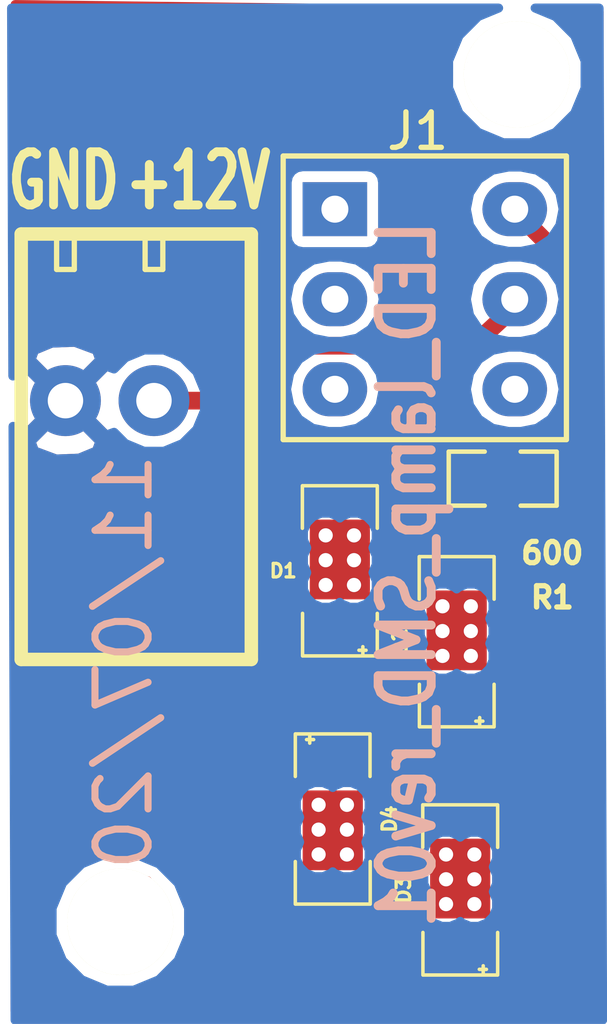
<source format=kicad_pcb>
(kicad_pcb (version 4) (host pcbnew 4.0.4+e1-6308~48~ubuntu16.04.1-stable)

  (general
    (links 7)
    (no_connects 0)
    (area 24.1 14.9 41.050001 43.9198)
    (thickness 1.6)
    (drawings 4)
    (tracks 22)
    (zones 0)
    (modules 9)
    (nets 8)
  )

  (page A)
  (layers
    (0 F.Cu signal)
    (31 B.Cu signal)
    (32 B.Adhes user)
    (33 F.Adhes user)
    (34 B.Paste user)
    (35 F.Paste user)
    (36 B.SilkS user)
    (37 F.SilkS user)
    (38 B.Mask user)
    (39 F.Mask user)
    (40 Dwgs.User user)
    (41 Cmts.User user)
    (42 Eco1.User user)
    (43 Eco2.User user)
    (44 Edge.Cuts user)
  )

  (setup
    (last_trace_width 0.25)
    (user_trace_width 0.1)
    (user_trace_width 0.2)
    (user_trace_width 0.25)
    (user_trace_width 0.3)
    (user_trace_width 0.35)
    (user_trace_width 0.4)
    (user_trace_width 0.6)
    (user_trace_width 0.8)
    (trace_clearance 0.08)
    (zone_clearance 0.508)
    (zone_45_only no)
    (trace_min 0.1)
    (segment_width 0.2)
    (edge_width 0.1)
    (via_size 0.6)
    (via_drill 0.3)
    (via_min_size 0.6)
    (via_min_drill 0.3)
    (uvia_size 0.4)
    (uvia_drill 0.127)
    (uvias_allowed no)
    (uvia_min_size 0.4)
    (uvia_min_drill 0.127)
    (pcb_text_width 0.3)
    (pcb_text_size 1.5 1.5)
    (mod_edge_width 0.15)
    (mod_text_size 1 1)
    (mod_text_width 0.15)
    (pad_size 0.6 0.6)
    (pad_drill 0.3)
    (pad_to_mask_clearance 0)
    (pad_to_paste_clearance_ratio -0.1)
    (aux_axis_origin 0 0)
    (visible_elements 7FFFFFFF)
    (pcbplotparams
      (layerselection 0x010fc_80000001)
      (usegerberextensions true)
      (excludeedgelayer true)
      (linewidth 0.150000)
      (plotframeref false)
      (viasonmask false)
      (mode 1)
      (useauxorigin false)
      (hpglpennumber 1)
      (hpglpenspeed 20)
      (hpglpendiameter 15)
      (hpglpenoverlay 2)
      (psnegative false)
      (psa4output false)
      (plotreference true)
      (plotvalue true)
      (plotinvisibletext false)
      (padsonsilk false)
      (subtractmaskfromsilk false)
      (outputformat 1)
      (mirror false)
      (drillshape 0)
      (scaleselection 1)
      (outputdirectory ""))
  )

  (net 0 "")
  (net 1 GND)
  (net 2 "Net-(D1-Pad2)")
  (net 3 "Net-(D1-Pad1)")
  (net 4 "Net-(J1-Pad2)")
  (net 5 12V)
  (net 6 "Net-(D2-Pad2)")
  (net 7 "Net-(D3-Pad2)")

  (net_class Default "This is the default net class."
    (clearance 0.08)
    (trace_width 0.25)
    (via_dia 0.6)
    (via_drill 0.3)
    (uvia_dia 0.4)
    (uvia_drill 0.127)
    (add_net 12V)
    (add_net GND)
    (add_net "Net-(D1-Pad1)")
    (add_net "Net-(D1-Pad2)")
    (add_net "Net-(D2-Pad2)")
    (add_net "Net-(D3-Pad2)")
    (add_net "Net-(J1-Pad2)")
  )

  (module ted_holes:TED_Hole_3mm (layer F.Cu) (tedit 5823BE03) (tstamp 567F441E)
    (at 38.5 17)
    (path /52A15896)
    (fp_text reference H1 (at -3.1 -0.2) (layer F.SilkS) hide
      (effects (font (size 1 1) (thickness 0.15)))
    )
    (fp_text value HOLE (at 0.25 2.6) (layer F.SilkS) hide
      (effects (font (size 1 1) (thickness 0.15)))
    )
    (pad "" np_thru_hole circle (at 0 0) (size 3 3) (drill 3) (layers *.Cu *.Mask F.SilkS))
  )

  (module ted_holes:TED_Hole_3mm (layer F.Cu) (tedit 0) (tstamp 567F4422)
    (at 27.3 40.9)
    (path /52A158AA)
    (fp_text reference H2 (at -0.05 -2.425) (layer F.SilkS) hide
      (effects (font (size 1 1) (thickness 0.15)))
    )
    (fp_text value HOLE (at 0.25 2.6) (layer F.SilkS) hide
      (effects (font (size 1 1) (thickness 0.15)))
    )
    (pad "" np_thru_hole circle (at 0 0) (size 3 3) (drill 3) (layers *.Cu *.Mask F.SilkS))
  )

  (module ted_connectors:TED_TERMINAL_SPRING_2.54MM_2PIN_1989748 (layer F.Cu) (tedit 5823BE83) (tstamp 567F443A)
    (at 27 27.5 180)
    (path /555CF06F)
    (fp_text reference J3 (at -1.2 -7.7 180) (layer F.SilkS) hide
      (effects (font (thickness 0.3048)))
    )
    (fp_text value TERMINAL_2X1 (at -2.6 -15.4 180) (layer F.SilkS) hide
      (effects (font (size 1.016 1.016) (thickness 0.254)))
    )
    (fp_line (start 1 6) (end 1 5) (layer F.SilkS) (width 0.15))
    (fp_line (start 1.5 5) (end 1.5 6) (layer F.SilkS) (width 0.15))
    (fp_line (start 1 5) (end 1.5 5) (layer F.SilkS) (width 0.15))
    (fp_line (start -1.5 5) (end -1 5) (layer F.SilkS) (width 0.15))
    (fp_line (start -1 5) (end -1 6) (layer F.SilkS) (width 0.15))
    (fp_line (start -1.5 6) (end -1.5 5) (layer F.SilkS) (width 0.15))
    (fp_line (start -4 -6) (end -4 6) (layer F.SilkS) (width 0.381))
    (fp_line (start -4 6) (end 2.5 6) (layer F.SilkS) (width 0.381))
    (fp_line (start 2.5 6) (end 2.5 -6) (layer F.SilkS) (width 0.381))
    (fp_line (start 2.5 -6) (end -4 -6) (layer F.SilkS) (width 0.381))
    (pad 2 thru_hole circle (at 1.25 1.3 180) (size 2 2) (drill 1) (layers *.Cu *.Mask)
      (net 1 GND))
    (pad 1 thru_hole circle (at -1.25 1.3 180) (size 2 2) (drill 1) (layers *.Cu *.Mask)
      (net 5 12V))
  )

  (module ted_switches:TED_SWITCHx3 (layer F.Cu) (tedit 5823BD81) (tstamp 58201BFC)
    (at 35.9 23.3 270)
    (path /58202142)
    (fp_text reference J1 (at -4.7 0.2 360) (layer F.SilkS)
      (effects (font (size 1 1) (thickness 0.15)))
    )
    (fp_text value DPDT_Switch (at -0.2 5.3 270) (layer F.Fab)
      (effects (font (size 1 1) (thickness 0.15)))
    )
    (fp_line (start -4 4) (end -4 -4) (layer F.SilkS) (width 0.15))
    (fp_line (start -4 -4) (end 4 -4) (layer F.SilkS) (width 0.15))
    (fp_line (start 4 -4) (end 4 4) (layer F.SilkS) (width 0.15))
    (fp_line (start 4 4) (end -4 4) (layer F.SilkS) (width 0.15))
    (pad 1 thru_hole rect (at -2.5 2.54 270) (size 1.524 1.824) (drill 0.762) (layers *.Cu *.Mask))
    (pad 2 thru_hole oval (at -2.5 -2.54 270) (size 1.524 1.824) (drill 0.762) (layers *.Cu *.Mask)
      (net 4 "Net-(J1-Pad2)"))
    (pad 3 thru_hole oval (at 0.04 2.54 270) (size 1.524 1.824) (drill 0.762) (layers *.Cu *.Mask))
    (pad 4 thru_hole oval (at 0.04 -2.54 270) (size 1.524 1.824) (drill 0.762) (layers *.Cu *.Mask)
      (net 5 12V))
    (pad 5 thru_hole oval (at 2.58 2.54 270) (size 1.524 1.824) (drill 0.762) (layers *.Cu *.Mask))
    (pad 6 thru_hole oval (at 2.58 -2.54 270) (size 1.524 1.824) (drill 0.762) (layers *.Cu *.Mask))
    (model Buttons_Switches_ThroughHole.3dshapes/SW_DIP_x3_Slide.wrl
      (at (xyz 0 0 0))
      (scale (xyz 1 1 1))
      (rotate (xyz 0 0 0))
    )
  )

  (module ted_resistors:TED_SM0805_R (layer F.Cu) (tedit 5855B774) (tstamp 58201C20)
    (at 38.1 28.4)
    (path /58201FF1)
    (attr smd)
    (fp_text reference R1 (at 1.4 3.35) (layer F.SilkS)
      (effects (font (size 0.6 0.6) (thickness 0.15)))
    )
    (fp_text value 600 (at 1.4 2.1) (layer F.SilkS)
      (effects (font (size 0.6 0.6) (thickness 0.15)))
    )
    (fp_line (start -0.508 0.762) (end -1.524 0.762) (layer F.SilkS) (width 0.127))
    (fp_line (start -1.524 0.762) (end -1.524 -0.762) (layer F.SilkS) (width 0.127))
    (fp_line (start -1.524 -0.762) (end -0.508 -0.762) (layer F.SilkS) (width 0.127))
    (fp_line (start 0.508 -0.762) (end 1.524 -0.762) (layer F.SilkS) (width 0.127))
    (fp_line (start 1.524 -0.762) (end 1.524 0.762) (layer F.SilkS) (width 0.127))
    (fp_line (start 1.524 0.762) (end 0.508 0.762) (layer F.SilkS) (width 0.127))
    (pad 1 smd rect (at -0.9525 0) (size 0.889 1.397) (layers F.Cu F.Paste F.Mask)
      (net 3 "Net-(D1-Pad1)"))
    (pad 2 smd rect (at 0.9525 0) (size 0.889 1.397) (layers F.Cu F.Paste F.Mask)
      (net 4 "Net-(J1-Pad2)"))
    (model smd/chip_cms.wrl
      (at (xyz 0 0 0))
      (scale (xyz 0.1 0.1 0.1))
      (rotate (xyz 0 0 0))
    )
  )

  (module ted_led:TED_SM5730_LED (layer F.Cu) (tedit 5855CF6C) (tstamp 5821674F)
    (at 33.5 31 90)
    (path /582020B5)
    (attr smd)
    (fp_text reference D1 (at 0 -1.6 180) (layer F.SilkS)
      (effects (font (size 0.381 0.381) (thickness 0.09398)))
    )
    (fp_text value LED (at 0 1.6 90) (layer F.SilkS) hide
      (effects (font (size 0.381 0.381) (thickness 0.09398)))
    )
    (fp_line (start -2.34 0.65) (end -2.14 0.65) (layer F.SilkS) (width 0.1))
    (fp_line (start -2.24 0.54) (end -2.24 0.74) (layer F.SilkS) (width 0.1))
    (fp_line (start -1.2 1.05756) (end -2.4 1.05756) (layer F.SilkS) (width 0.09906))
    (fp_line (start -2.4 1.05) (end -2.4 -1.05) (layer F.SilkS) (width 0.09906))
    (fp_line (start -2.4 -1.05296) (end -1.2 -1.05296) (layer F.SilkS) (width 0.09906))
    (fp_line (start 1.2 -1.05804) (end 2.4 -1.05804) (layer F.SilkS) (width 0.09906))
    (fp_line (start 2.4 -1.05) (end 2.4 1.05) (layer F.SilkS) (width 0.09906))
    (fp_line (start 2.4 1.05788) (end 1.2 1.05788) (layer F.SilkS) (width 0.09906))
    (pad 2 smd rect (at -2.65 0 90) (size 0.9 1.7) (layers F.Cu F.Paste F.Mask)
      (net 2 "Net-(D1-Pad2)"))
    (pad 1 smd rect (at 2.65 0 90) (size 0.9 1.7) (layers F.Cu F.Paste F.Mask)
      (net 3 "Net-(D1-Pad1)"))
    (pad PAD smd rect (at 0.32 0 90) (size 2.25 1.7) (layers F.Cu F.Paste F.Mask))
    (pad PAD thru_hole circle (at -0.4 -0.4 90) (size 0.4 0.4) (drill 0.4) (layers *.Cu))
    (pad PAD thru_hole circle (at 0.3 -0.4 90) (size 0.4 0.4) (drill 0.4) (layers *.Cu))
    (pad PAD thru_hole circle (at 1 -0.4 90) (size 0.4 0.4) (drill 0.4) (layers *.Cu))
    (pad PAD thru_hole circle (at -0.4 0.4 90) (size 0.4 0.4) (drill 0.4) (layers *.Cu))
    (pad PAD thru_hole circle (at 0.3 0.4 90) (size 0.4 0.4) (drill 0.4) (layers *.Cu))
    (pad PAD thru_hole circle (at 1 0.4 90) (size 0.4 0.4) (drill 0.4) (layers *.Cu))
    (model smd/chip_cms.wrl
      (at (xyz 0 0 0))
      (scale (xyz 0.1 0.1 0.1))
      (rotate (xyz 0 0 0))
    )
  )

  (module ted_led:TED_SM5730_LED (layer F.Cu) (tedit 5855CF40) (tstamp 58216756)
    (at 36.8 33 90)
    (path /58202751)
    (attr smd)
    (fp_text reference D2 (at 0 -1.6 90) (layer F.SilkS)
      (effects (font (size 0.381 0.381) (thickness 0.09398)))
    )
    (fp_text value LED (at 0 1.6 90) (layer F.SilkS) hide
      (effects (font (size 0.381 0.381) (thickness 0.09398)))
    )
    (fp_line (start -2.34 0.65) (end -2.14 0.65) (layer F.SilkS) (width 0.1))
    (fp_line (start -2.24 0.54) (end -2.24 0.74) (layer F.SilkS) (width 0.1))
    (fp_line (start -1.2 1.05756) (end -2.4 1.05756) (layer F.SilkS) (width 0.09906))
    (fp_line (start -2.4 1.05) (end -2.4 -1.05) (layer F.SilkS) (width 0.09906))
    (fp_line (start -2.4 -1.05296) (end -1.2 -1.05296) (layer F.SilkS) (width 0.09906))
    (fp_line (start 1.2 -1.05804) (end 2.4 -1.05804) (layer F.SilkS) (width 0.09906))
    (fp_line (start 2.4 -1.05) (end 2.4 1.05) (layer F.SilkS) (width 0.09906))
    (fp_line (start 2.4 1.05788) (end 1.2 1.05788) (layer F.SilkS) (width 0.09906))
    (pad 2 smd rect (at -2.65 0 90) (size 0.9 1.7) (layers F.Cu F.Paste F.Mask)
      (net 6 "Net-(D2-Pad2)"))
    (pad 1 smd rect (at 2.65 0 90) (size 0.9 1.7) (layers F.Cu F.Paste F.Mask)
      (net 2 "Net-(D1-Pad2)"))
    (pad PAD smd rect (at 0.32 0 90) (size 2.25 1.7) (layers F.Cu F.Paste F.Mask))
    (pad PAD thru_hole circle (at -0.4 -0.4 90) (size 0.4 0.4) (drill 0.4) (layers *.Cu))
    (pad PAD thru_hole circle (at 0.3 -0.4 90) (size 0.4 0.4) (drill 0.4) (layers *.Cu))
    (pad PAD thru_hole circle (at 1 -0.4 90) (size 0.4 0.4) (drill 0.4) (layers *.Cu))
    (pad PAD thru_hole circle (at -0.4 0.4 90) (size 0.4 0.4) (drill 0.4) (layers *.Cu))
    (pad PAD thru_hole circle (at 0.3 0.4 90) (size 0.4 0.4) (drill 0.4) (layers *.Cu))
    (pad PAD thru_hole circle (at 1 0.4 90) (size 0.4 0.4) (drill 0.4) (layers *.Cu))
    (model smd/chip_cms.wrl
      (at (xyz 0 0 0))
      (scale (xyz 0.1 0.1 0.1))
      (rotate (xyz 0 0 0))
    )
  )

  (module ted_led:TED_SM5730_LED (layer F.Cu) (tedit 5855CF40) (tstamp 5821675D)
    (at 36.9 40 90)
    (path /5820287C)
    (attr smd)
    (fp_text reference D3 (at 0 -1.6 90) (layer F.SilkS)
      (effects (font (size 0.381 0.381) (thickness 0.09398)))
    )
    (fp_text value LED (at 0 1.6 90) (layer F.SilkS) hide
      (effects (font (size 0.381 0.381) (thickness 0.09398)))
    )
    (fp_line (start -2.34 0.65) (end -2.14 0.65) (layer F.SilkS) (width 0.1))
    (fp_line (start -2.24 0.54) (end -2.24 0.74) (layer F.SilkS) (width 0.1))
    (fp_line (start -1.2 1.05756) (end -2.4 1.05756) (layer F.SilkS) (width 0.09906))
    (fp_line (start -2.4 1.05) (end -2.4 -1.05) (layer F.SilkS) (width 0.09906))
    (fp_line (start -2.4 -1.05296) (end -1.2 -1.05296) (layer F.SilkS) (width 0.09906))
    (fp_line (start 1.2 -1.05804) (end 2.4 -1.05804) (layer F.SilkS) (width 0.09906))
    (fp_line (start 2.4 -1.05) (end 2.4 1.05) (layer F.SilkS) (width 0.09906))
    (fp_line (start 2.4 1.05788) (end 1.2 1.05788) (layer F.SilkS) (width 0.09906))
    (pad 2 smd rect (at -2.65 0 90) (size 0.9 1.7) (layers F.Cu F.Paste F.Mask)
      (net 7 "Net-(D3-Pad2)"))
    (pad 1 smd rect (at 2.65 0 90) (size 0.9 1.7) (layers F.Cu F.Paste F.Mask)
      (net 6 "Net-(D2-Pad2)"))
    (pad PAD smd rect (at 0.32 0 90) (size 2.25 1.7) (layers F.Cu F.Paste F.Mask))
    (pad PAD thru_hole circle (at -0.4 -0.4 90) (size 0.4 0.4) (drill 0.4) (layers *.Cu))
    (pad PAD thru_hole circle (at 0.3 -0.4 90) (size 0.4 0.4) (drill 0.4) (layers *.Cu))
    (pad PAD thru_hole circle (at 1 -0.4 90) (size 0.4 0.4) (drill 0.4) (layers *.Cu))
    (pad PAD thru_hole circle (at -0.4 0.4 90) (size 0.4 0.4) (drill 0.4) (layers *.Cu))
    (pad PAD thru_hole circle (at 0.3 0.4 90) (size 0.4 0.4) (drill 0.4) (layers *.Cu))
    (pad PAD thru_hole circle (at 1 0.4 90) (size 0.4 0.4) (drill 0.4) (layers *.Cu))
    (model smd/chip_cms.wrl
      (at (xyz 0 0 0))
      (scale (xyz 0.1 0.1 0.1))
      (rotate (xyz 0 0 0))
    )
  )

  (module ted_led:TED_SM5730_LED (layer F.Cu) (tedit 5855CF40) (tstamp 58216764)
    (at 33.3 38 270)
    (path /58202882)
    (attr smd)
    (fp_text reference D4 (at 0 -1.6 270) (layer F.SilkS)
      (effects (font (size 0.381 0.381) (thickness 0.09398)))
    )
    (fp_text value LED (at 0 1.6 270) (layer F.SilkS) hide
      (effects (font (size 0.381 0.381) (thickness 0.09398)))
    )
    (fp_line (start -2.34 0.65) (end -2.14 0.65) (layer F.SilkS) (width 0.1))
    (fp_line (start -2.24 0.54) (end -2.24 0.74) (layer F.SilkS) (width 0.1))
    (fp_line (start -1.2 1.05756) (end -2.4 1.05756) (layer F.SilkS) (width 0.09906))
    (fp_line (start -2.4 1.05) (end -2.4 -1.05) (layer F.SilkS) (width 0.09906))
    (fp_line (start -2.4 -1.05296) (end -1.2 -1.05296) (layer F.SilkS) (width 0.09906))
    (fp_line (start 1.2 -1.05804) (end 2.4 -1.05804) (layer F.SilkS) (width 0.09906))
    (fp_line (start 2.4 -1.05) (end 2.4 1.05) (layer F.SilkS) (width 0.09906))
    (fp_line (start 2.4 1.05788) (end 1.2 1.05788) (layer F.SilkS) (width 0.09906))
    (pad 2 smd rect (at -2.65 0 270) (size 0.9 1.7) (layers F.Cu F.Paste F.Mask)
      (net 1 GND))
    (pad 1 smd rect (at 2.65 0 270) (size 0.9 1.7) (layers F.Cu F.Paste F.Mask)
      (net 7 "Net-(D3-Pad2)"))
    (pad PAD smd rect (at 0.32 0 270) (size 2.25 1.7) (layers F.Cu F.Paste F.Mask))
    (pad PAD thru_hole circle (at -0.4 -0.4 270) (size 0.4 0.4) (drill 0.4) (layers *.Cu))
    (pad PAD thru_hole circle (at 0.3 -0.4 270) (size 0.4 0.4) (drill 0.4) (layers *.Cu))
    (pad PAD thru_hole circle (at 1 -0.4 270) (size 0.4 0.4) (drill 0.4) (layers *.Cu))
    (pad PAD thru_hole circle (at -0.4 0.4 270) (size 0.4 0.4) (drill 0.4) (layers *.Cu))
    (pad PAD thru_hole circle (at 0.3 0.4 270) (size 0.4 0.4) (drill 0.4) (layers *.Cu))
    (pad PAD thru_hole circle (at 1 0.4 270) (size 0.4 0.4) (drill 0.4) (layers *.Cu))
    (model smd/chip_cms.wrl
      (at (xyz 0 0 0))
      (scale (xyz 0.1 0.1 0.1))
      (rotate (xyz 0 0 0))
    )
  )

  (gr_text GND (at 25.7 20) (layer F.SilkS)
    (effects (font (size 1.5 1) (thickness 0.25)))
  )
  (gr_text +12V (at 29.5 20) (layer F.SilkS)
    (effects (font (size 1.5 1) (thickness 0.25)))
  )
  (gr_text 11/07/2016 (at 27.4 35 90) (layer B.SilkS)
    (effects (font (size 1.5 1.5) (thickness 0.2)) (justify mirror))
  )
  (gr_text LED_lamp_SMD_rev01 (at 35.4 31.1 90) (layer B.SilkS)
    (effects (font (size 1.5 1.25) (thickness 0.25)) (justify mirror))
  )

  (segment (start 33.5 33.65) (end 34.65 33.65) (width 0.8) (layer F.Cu) (net 2))
  (segment (start 34.65 33.65) (end 35.2 33.1) (width 0.8) (layer F.Cu) (net 2) (tstamp 5823BDA2))
  (segment (start 35.2 33.1) (end 35.2 30.8) (width 0.8) (layer F.Cu) (net 2) (tstamp 5823BDA3))
  (segment (start 35.65 30.35) (end 36.8 30.35) (width 0.8) (layer F.Cu) (net 2) (tstamp 5823BDA5))
  (segment (start 35.2 30.8) (end 35.65 30.35) (width 0.8) (layer F.Cu) (net 2) (tstamp 5823BDA4))
  (segment (start 37.1475 28.4) (end 33.55 28.4) (width 0.8) (layer F.Cu) (net 3))
  (segment (start 33.55 28.4) (end 33.5 28.35) (width 0.8) (layer F.Cu) (net 3) (tstamp 5823BD9F))
  (segment (start 38.44 20.8) (end 38.44 20.84) (width 0.5) (layer F.Cu) (net 4) (status 30))
  (segment (start 38.44 20.84) (end 40.1 22.5) (width 0.5) (layer F.Cu) (net 4) (tstamp 58201D52) (status 10))
  (segment (start 40.1 22.5) (end 40.1 26.6) (width 0.5) (layer F.Cu) (net 4) (tstamp 58201D53))
  (segment (start 40.1 26.6) (end 40.1 27.5) (width 0.5) (layer F.Cu) (net 4) (tstamp 58201D57))
  (segment (start 40.1 27.5) (end 39.0525 28.4) (width 0.5) (layer F.Cu) (net 4) (tstamp 58201D58) (status 20))
  (segment (start 28.25 26.2) (end 30.75 26.2) (width 0.5) (layer F.Cu) (net 5))
  (segment (start 38.46 23.54) (end 38.44 23.34) (width 0.5) (layer F.Cu) (net 5) (tstamp 58201D4F) (status 20))
  (segment (start 37.25 24.65) (end 38.46 23.54) (width 0.5) (layer F.Cu) (net 5) (tstamp 58201D4C))
  (segment (start 32.2 24.65) (end 37.25 24.65) (width 0.5) (layer F.Cu) (net 5) (tstamp 58201D49))
  (segment (start 30.75 26.2) (end 32.2 24.65) (width 0.5) (layer F.Cu) (net 5) (tstamp 58201D48))
  (segment (start 36.8 35.65) (end 36.8 37.25) (width 0.8) (layer F.Cu) (net 6))
  (segment (start 36.8 37.25) (end 36.9 37.35) (width 0.8) (layer F.Cu) (net 6) (tstamp 5823BDA8))
  (segment (start 33.3 40.65) (end 33.3 42) (width 0.8) (layer F.Cu) (net 7))
  (segment (start 33.3 42) (end 33.95 42.65) (width 0.8) (layer F.Cu) (net 7) (tstamp 5823BDAB))
  (segment (start 33.95 42.65) (end 36.9 42.65) (width 0.8) (layer F.Cu) (net 7) (tstamp 5823BDAC))

  (zone (net 1) (net_name GND) (layer B.Cu) (tstamp 52786CE0) (hatch edge 0.508)
    (connect_pads thru_hole_only (clearance 0.3))
    (min_thickness 0.254)
    (fill yes (arc_segments 16) (thermal_gap 0.508) (thermal_bridge_width 0.508))
    (polygon
      (pts
        (xy 24.1 15) (xy 24.2 43.8) (xy 41.05 43.8) (xy 40.95 15)
      )
    )
    (filled_polygon
      (pts
        (xy 37.409868 15.365416) (xy 36.867322 15.907017) (xy 36.573335 16.615014) (xy 36.572666 17.381622) (xy 36.865416 18.090132)
        (xy 37.407017 18.632678) (xy 38.115014 18.926665) (xy 38.881622 18.927334) (xy 39.590132 18.634584) (xy 40.132678 18.092983)
        (xy 40.426665 17.384986) (xy 40.427334 16.618378) (xy 40.134584 15.909868) (xy 39.592983 15.367322) (xy 39.014225 15.127)
        (xy 40.82344 15.127) (xy 40.922558 43.673) (xy 24.32656 43.673) (xy 24.318257 41.281622) (xy 25.372666 41.281622)
        (xy 25.665416 41.990132) (xy 26.207017 42.532678) (xy 26.915014 42.826665) (xy 27.681622 42.827334) (xy 28.390132 42.534584)
        (xy 28.932678 41.992983) (xy 29.226665 41.284986) (xy 29.227334 40.518378) (xy 28.934584 39.809868) (xy 28.392983 39.267322)
        (xy 27.684986 38.973335) (xy 26.918378 38.972666) (xy 26.209868 39.265416) (xy 25.667322 39.807017) (xy 25.373335 40.515014)
        (xy 25.372666 41.281622) (xy 24.318257 41.281622) (xy 24.305905 37.724171) (xy 32.272891 37.724171) (xy 32.366314 37.950272)
        (xy 32.273109 38.174735) (xy 32.272891 38.424171) (xy 32.366314 38.650272) (xy 32.273109 38.874735) (xy 32.272891 39.124171)
        (xy 32.368145 39.354703) (xy 32.544369 39.531235) (xy 32.774735 39.626891) (xy 33.024171 39.627109) (xy 33.254703 39.531855)
        (xy 33.299924 39.486713) (xy 33.344369 39.531235) (xy 33.574735 39.626891) (xy 33.824171 39.627109) (xy 34.054703 39.531855)
        (xy 34.231235 39.355631) (xy 34.326891 39.125265) (xy 34.326891 39.124171) (xy 35.872891 39.124171) (xy 35.966314 39.350272)
        (xy 35.873109 39.574735) (xy 35.872891 39.824171) (xy 35.966314 40.050272) (xy 35.873109 40.274735) (xy 35.872891 40.524171)
        (xy 35.968145 40.754703) (xy 36.144369 40.931235) (xy 36.374735 41.026891) (xy 36.624171 41.027109) (xy 36.854703 40.931855)
        (xy 36.899924 40.886713) (xy 36.944369 40.931235) (xy 37.174735 41.026891) (xy 37.424171 41.027109) (xy 37.654703 40.931855)
        (xy 37.831235 40.755631) (xy 37.926891 40.525265) (xy 37.927109 40.275829) (xy 37.833686 40.049728) (xy 37.926891 39.825265)
        (xy 37.927109 39.575829) (xy 37.833686 39.349728) (xy 37.926891 39.125265) (xy 37.927109 38.875829) (xy 37.831855 38.645297)
        (xy 37.655631 38.468765) (xy 37.425265 38.373109) (xy 37.175829 38.372891) (xy 36.945297 38.468145) (xy 36.900076 38.513287)
        (xy 36.855631 38.468765) (xy 36.625265 38.373109) (xy 36.375829 38.372891) (xy 36.145297 38.468145) (xy 35.968765 38.644369)
        (xy 35.873109 38.874735) (xy 35.872891 39.124171) (xy 34.326891 39.124171) (xy 34.327109 38.875829) (xy 34.233686 38.649728)
        (xy 34.326891 38.425265) (xy 34.327109 38.175829) (xy 34.233686 37.949728) (xy 34.326891 37.725265) (xy 34.327109 37.475829)
        (xy 34.231855 37.245297) (xy 34.055631 37.068765) (xy 33.825265 36.973109) (xy 33.575829 36.972891) (xy 33.345297 37.068145)
        (xy 33.300076 37.113287) (xy 33.255631 37.068765) (xy 33.025265 36.973109) (xy 32.775829 36.972891) (xy 32.545297 37.068145)
        (xy 32.368765 37.244369) (xy 32.273109 37.474735) (xy 32.272891 37.724171) (xy 24.305905 37.724171) (xy 24.286461 32.124171)
        (xy 35.772891 32.124171) (xy 35.866314 32.350272) (xy 35.773109 32.574735) (xy 35.772891 32.824171) (xy 35.866314 33.050272)
        (xy 35.773109 33.274735) (xy 35.772891 33.524171) (xy 35.868145 33.754703) (xy 36.044369 33.931235) (xy 36.274735 34.026891)
        (xy 36.524171 34.027109) (xy 36.754703 33.931855) (xy 36.799924 33.886713) (xy 36.844369 33.931235) (xy 37.074735 34.026891)
        (xy 37.324171 34.027109) (xy 37.554703 33.931855) (xy 37.731235 33.755631) (xy 37.826891 33.525265) (xy 37.827109 33.275829)
        (xy 37.733686 33.049728) (xy 37.826891 32.825265) (xy 37.827109 32.575829) (xy 37.733686 32.349728) (xy 37.826891 32.125265)
        (xy 37.827109 31.875829) (xy 37.731855 31.645297) (xy 37.555631 31.468765) (xy 37.325265 31.373109) (xy 37.075829 31.372891)
        (xy 36.845297 31.468145) (xy 36.800076 31.513287) (xy 36.755631 31.468765) (xy 36.525265 31.373109) (xy 36.275829 31.372891)
        (xy 36.045297 31.468145) (xy 35.868765 31.644369) (xy 35.773109 31.874735) (xy 35.772891 32.124171) (xy 24.286461 32.124171)
        (xy 24.279516 30.124171) (xy 32.472891 30.124171) (xy 32.566314 30.350272) (xy 32.473109 30.574735) (xy 32.472891 30.824171)
        (xy 32.566314 31.050272) (xy 32.473109 31.274735) (xy 32.472891 31.524171) (xy 32.568145 31.754703) (xy 32.744369 31.931235)
        (xy 32.974735 32.026891) (xy 33.224171 32.027109) (xy 33.454703 31.931855) (xy 33.499924 31.886713) (xy 33.544369 31.931235)
        (xy 33.774735 32.026891) (xy 34.024171 32.027109) (xy 34.254703 31.931855) (xy 34.431235 31.755631) (xy 34.526891 31.525265)
        (xy 34.527109 31.275829) (xy 34.433686 31.049728) (xy 34.526891 30.825265) (xy 34.527109 30.575829) (xy 34.433686 30.349728)
        (xy 34.526891 30.125265) (xy 34.527109 29.875829) (xy 34.431855 29.645297) (xy 34.255631 29.468765) (xy 34.025265 29.373109)
        (xy 33.775829 29.372891) (xy 33.545297 29.468145) (xy 33.500076 29.513287) (xy 33.455631 29.468765) (xy 33.225265 29.373109)
        (xy 32.975829 29.372891) (xy 32.745297 29.468145) (xy 32.568765 29.644369) (xy 32.473109 29.874735) (xy 32.472891 30.124171)
        (xy 24.279516 30.124171) (xy 24.269892 27.352532) (xy 24.777073 27.352532) (xy 24.875736 27.619387) (xy 25.485461 27.845908)
        (xy 26.13546 27.821856) (xy 26.624264 27.619387) (xy 26.722927 27.352532) (xy 25.75 26.379605) (xy 24.777073 27.352532)
        (xy 24.269892 27.352532) (xy 24.268404 26.924078) (xy 24.330613 27.074264) (xy 24.597468 27.172927) (xy 25.570395 26.2)
        (xy 25.929605 26.2) (xy 26.902532 27.172927) (xy 27.123391 27.09127) (xy 27.440614 27.409047) (xy 27.964907 27.626752)
        (xy 28.532603 27.627248) (xy 29.057275 27.410457) (xy 29.459047 27.009386) (xy 29.676752 26.485093) (xy 29.677248 25.917397)
        (xy 29.661796 25.88) (xy 31.994767 25.88) (xy 32.085274 26.335011) (xy 32.343017 26.72075) (xy 32.728756 26.978493)
        (xy 33.183767 27.069) (xy 33.536233 27.069) (xy 33.991244 26.978493) (xy 34.376983 26.72075) (xy 34.634726 26.335011)
        (xy 34.725233 25.88) (xy 37.074767 25.88) (xy 37.165274 26.335011) (xy 37.423017 26.72075) (xy 37.808756 26.978493)
        (xy 38.263767 27.069) (xy 38.616233 27.069) (xy 39.071244 26.978493) (xy 39.456983 26.72075) (xy 39.714726 26.335011)
        (xy 39.805233 25.88) (xy 39.714726 25.424989) (xy 39.456983 25.03925) (xy 39.071244 24.781507) (xy 38.616233 24.691)
        (xy 38.263767 24.691) (xy 37.808756 24.781507) (xy 37.423017 25.03925) (xy 37.165274 25.424989) (xy 37.074767 25.88)
        (xy 34.725233 25.88) (xy 34.634726 25.424989) (xy 34.376983 25.03925) (xy 33.991244 24.781507) (xy 33.536233 24.691)
        (xy 33.183767 24.691) (xy 32.728756 24.781507) (xy 32.343017 25.03925) (xy 32.085274 25.424989) (xy 31.994767 25.88)
        (xy 29.661796 25.88) (xy 29.460457 25.392725) (xy 29.059386 24.990953) (xy 28.535093 24.773248) (xy 27.967397 24.772752)
        (xy 27.442725 24.989543) (xy 27.123091 25.308619) (xy 26.902532 25.227073) (xy 25.929605 26.2) (xy 25.570395 26.2)
        (xy 24.597468 25.227073) (xy 24.330613 25.325736) (xy 24.263482 25.506433) (xy 24.261889 25.047468) (xy 24.777073 25.047468)
        (xy 25.75 26.020395) (xy 26.722927 25.047468) (xy 26.624264 24.780613) (xy 26.014539 24.554092) (xy 25.36454 24.578144)
        (xy 24.875736 24.780613) (xy 24.777073 25.047468) (xy 24.261889 25.047468) (xy 24.255961 23.34) (xy 31.994767 23.34)
        (xy 32.085274 23.795011) (xy 32.343017 24.18075) (xy 32.728756 24.438493) (xy 33.183767 24.529) (xy 33.536233 24.529)
        (xy 33.991244 24.438493) (xy 34.376983 24.18075) (xy 34.634726 23.795011) (xy 34.725233 23.34) (xy 37.074767 23.34)
        (xy 37.165274 23.795011) (xy 37.423017 24.18075) (xy 37.808756 24.438493) (xy 38.263767 24.529) (xy 38.616233 24.529)
        (xy 39.071244 24.438493) (xy 39.456983 24.18075) (xy 39.714726 23.795011) (xy 39.805233 23.34) (xy 39.714726 22.884989)
        (xy 39.456983 22.49925) (xy 39.071244 22.241507) (xy 38.616233 22.151) (xy 38.263767 22.151) (xy 37.808756 22.241507)
        (xy 37.423017 22.49925) (xy 37.165274 22.884989) (xy 37.074767 23.34) (xy 34.725233 23.34) (xy 34.634726 22.884989)
        (xy 34.376983 22.49925) (xy 33.991244 22.241507) (xy 33.536233 22.151) (xy 33.183767 22.151) (xy 32.728756 22.241507)
        (xy 32.343017 22.49925) (xy 32.085274 22.884989) (xy 31.994767 23.34) (xy 24.255961 23.34) (xy 24.244496 20.038)
        (xy 32.012635 20.038) (xy 32.012635 21.562) (xy 32.042409 21.720237) (xy 32.135927 21.865567) (xy 32.278619 21.963064)
        (xy 32.448 21.997365) (xy 34.272 21.997365) (xy 34.430237 21.967591) (xy 34.575567 21.874073) (xy 34.673064 21.731381)
        (xy 34.707365 21.562) (xy 34.707365 20.8) (xy 37.074767 20.8) (xy 37.165274 21.255011) (xy 37.423017 21.64075)
        (xy 37.808756 21.898493) (xy 38.263767 21.989) (xy 38.616233 21.989) (xy 39.071244 21.898493) (xy 39.456983 21.64075)
        (xy 39.714726 21.255011) (xy 39.805233 20.8) (xy 39.714726 20.344989) (xy 39.456983 19.95925) (xy 39.071244 19.701507)
        (xy 38.616233 19.611) (xy 38.263767 19.611) (xy 37.808756 19.701507) (xy 37.423017 19.95925) (xy 37.165274 20.344989)
        (xy 37.074767 20.8) (xy 34.707365 20.8) (xy 34.707365 20.038) (xy 34.677591 19.879763) (xy 34.584073 19.734433)
        (xy 34.441381 19.636936) (xy 34.272 19.602635) (xy 32.448 19.602635) (xy 32.289763 19.632409) (xy 32.144433 19.725927)
        (xy 32.046936 19.868619) (xy 32.012635 20.038) (xy 24.244496 20.038) (xy 24.227442 15.127) (xy 37.98688 15.127)
      )
    )
  )
  (zone (net 1) (net_name GND) (layer F.Cu) (tstamp 58216BD1) (hatch edge 0.508)
    (connect_pads (clearance 0.508))
    (min_thickness 0.254)
    (fill yes (arc_segments 16) (thermal_gap 0.508) (thermal_bridge_width 0.508))
    (polygon
      (pts
        (xy 40.9 43.7) (xy 24.2 43.55) (xy 24.2 14.9) (xy 40.95 15.1)
      )
    )
    (filled_polygon
      (pts
        (xy 37.305481 15.183493) (xy 37.2922 15.18898) (xy 36.691091 15.789041) (xy 36.365372 16.573459) (xy 36.36463 17.422815)
        (xy 36.68898 18.2078) (xy 37.289041 18.808909) (xy 38.073459 19.134628) (xy 38.922815 19.13537) (xy 39.7078 18.81102)
        (xy 40.308909 18.210959) (xy 40.634628 17.426541) (xy 40.63537 16.577185) (xy 40.31102 15.7922) (xy 39.7323 15.212469)
        (xy 40.82278 15.22549) (xy 40.810934 22.001638) (xy 40.72579 21.87421) (xy 40.725787 21.874208) (xy 39.95663 21.10505)
        (xy 40.017308 20.8) (xy 39.910968 20.265391) (xy 39.608136 19.812172) (xy 39.154917 19.50934) (xy 38.620308 19.403)
        (xy 38.259692 19.403) (xy 37.725083 19.50934) (xy 37.271864 19.812172) (xy 36.969032 20.265391) (xy 36.862692 20.8)
        (xy 36.969032 21.334609) (xy 37.271864 21.787828) (xy 37.694163 22.07) (xy 37.271864 22.352172) (xy 36.969032 22.805391)
        (xy 36.862692 23.34) (xy 36.940799 23.732672) (xy 36.905559 23.765) (xy 34.852771 23.765) (xy 34.937308 23.34)
        (xy 34.830968 22.805391) (xy 34.528136 22.352172) (xy 34.305179 22.203197) (xy 34.507317 22.165162) (xy 34.723441 22.02609)
        (xy 34.868431 21.81389) (xy 34.91944 21.562) (xy 34.91944 20.038) (xy 34.875162 19.802683) (xy 34.73609 19.586559)
        (xy 34.52389 19.441569) (xy 34.272 19.39056) (xy 32.448 19.39056) (xy 32.212683 19.434838) (xy 31.996559 19.57391)
        (xy 31.851569 19.78611) (xy 31.80056 20.038) (xy 31.80056 21.562) (xy 31.844838 21.797317) (xy 31.98391 22.013441)
        (xy 32.19611 22.158431) (xy 32.415367 22.202832) (xy 32.191864 22.352172) (xy 31.889032 22.805391) (xy 31.782692 23.34)
        (xy 31.879895 23.828673) (xy 31.861325 23.832367) (xy 31.848866 23.840692) (xy 31.834275 23.844103) (xy 31.705756 23.936314)
        (xy 31.57421 24.02421) (xy 31.565883 24.036672) (xy 31.55371 24.045406) (xy 30.366025 25.315) (xy 29.653398 25.315)
        (xy 29.636894 25.275057) (xy 29.177363 24.814722) (xy 28.576648 24.565284) (xy 27.926205 24.564716) (xy 27.325057 24.813106)
        (xy 26.908248 25.229187) (xy 26.902532 25.227073) (xy 25.929605 26.2) (xy 26.902532 27.172927) (xy 26.908722 27.170639)
        (xy 27.322637 27.585278) (xy 27.923352 27.834716) (xy 28.573795 27.835284) (xy 29.174943 27.586894) (xy 29.635278 27.127363)
        (xy 29.652869 27.085) (xy 30.75 27.085) (xy 30.764697 27.082077) (xy 30.779484 27.084509) (xy 30.933524 27.048495)
        (xy 31.088675 27.017633) (xy 31.101135 27.009307) (xy 31.115726 27.005896) (xy 31.244241 26.913688) (xy 31.37579 26.82579)
        (xy 31.384117 26.813328) (xy 31.39629 26.804594) (xy 31.866602 26.301847) (xy 31.889032 26.414609) (xy 32.191864 26.867828)
        (xy 32.645083 27.17066) (xy 33.056823 27.25256) (xy 32.65 27.25256) (xy 32.414683 27.296838) (xy 32.198559 27.43591)
        (xy 32.053569 27.64811) (xy 32.00256 27.9) (xy 32.00256 28.8) (xy 32.046838 29.035317) (xy 32.138846 29.178302)
        (xy 32.053569 29.30311) (xy 32.00256 29.555) (xy 32.00256 31.805) (xy 32.046838 32.040317) (xy 32.18591 32.256441)
        (xy 32.39811 32.401431) (xy 32.65 32.45244) (xy 34.165 32.45244) (xy 34.165 32.55256) (xy 32.65 32.55256)
        (xy 32.414683 32.596838) (xy 32.198559 32.73591) (xy 32.053569 32.94811) (xy 32.00256 33.2) (xy 32.00256 34.1)
        (xy 32.046838 34.335317) (xy 32.074175 34.377799) (xy 31.911673 34.540302) (xy 31.815 34.773691) (xy 31.815 35.06425)
        (xy 31.97375 35.223) (xy 33.173 35.223) (xy 33.173 35.203) (xy 33.427 35.203) (xy 33.427 35.223)
        (xy 34.62625 35.223) (xy 34.64925 35.2) (xy 35.30256 35.2) (xy 35.30256 36.1) (xy 35.346838 36.335317)
        (xy 35.48591 36.551441) (xy 35.508891 36.567143) (xy 35.453569 36.64811) (xy 35.40256 36.9) (xy 35.40256 37.8)
        (xy 35.446838 38.035317) (xy 35.538846 38.178302) (xy 35.453569 38.30311) (xy 35.40256 38.555) (xy 35.40256 40.805)
        (xy 35.446838 41.040317) (xy 35.58591 41.256441) (xy 35.79811 41.401431) (xy 36.05 41.45244) (xy 37.75 41.45244)
        (xy 37.985317 41.408162) (xy 38.201441 41.26909) (xy 38.346431 41.05689) (xy 38.39744 40.805) (xy 38.39744 38.555)
        (xy 38.353162 38.319683) (xy 38.261154 38.176698) (xy 38.346431 38.05189) (xy 38.39744 37.8) (xy 38.39744 36.9)
        (xy 38.353162 36.664683) (xy 38.21409 36.448559) (xy 38.191109 36.432857) (xy 38.246431 36.35189) (xy 38.29744 36.1)
        (xy 38.29744 35.2) (xy 38.253162 34.964683) (xy 38.11409 34.748559) (xy 37.90189 34.603569) (xy 37.65 34.55256)
        (xy 35.95 34.55256) (xy 35.714683 34.596838) (xy 35.498559 34.73591) (xy 35.353569 34.94811) (xy 35.30256 35.2)
        (xy 34.64925 35.2) (xy 34.785 35.06425) (xy 34.785 34.773691) (xy 34.740783 34.666943) (xy 35.046077 34.606215)
        (xy 35.381856 34.381856) (xy 35.4986 34.265112) (xy 35.69811 34.401431) (xy 35.95 34.45244) (xy 37.65 34.45244)
        (xy 37.885317 34.408162) (xy 38.101441 34.26909) (xy 38.246431 34.05689) (xy 38.29744 33.805) (xy 38.29744 31.555)
        (xy 38.253162 31.319683) (xy 38.161154 31.176698) (xy 38.246431 31.05189) (xy 38.29744 30.8) (xy 38.29744 29.9)
        (xy 38.253162 29.664683) (xy 38.207119 29.59313) (xy 38.35611 29.694931) (xy 38.608 29.74594) (xy 39.497 29.74594)
        (xy 39.732317 29.701662) (xy 39.948441 29.56259) (xy 40.093431 29.35039) (xy 40.14444 29.0985) (xy 40.14444 28.62861)
        (xy 40.676741 28.171263) (xy 40.697628 28.144607) (xy 40.72579 28.12579) (xy 40.800423 28.014093) (xy 40.773224 43.571856)
        (xy 38.211854 43.54885) (xy 38.346431 43.35189) (xy 38.39744 43.1) (xy 38.39744 42.2) (xy 38.353162 41.964683)
        (xy 38.21409 41.748559) (xy 38.00189 41.603569) (xy 37.75 41.55256) (xy 36.05 41.55256) (xy 35.814683 41.596838)
        (xy 35.786458 41.615) (xy 34.522325 41.615) (xy 34.601441 41.56409) (xy 34.746431 41.35189) (xy 34.79744 41.1)
        (xy 34.79744 40.2) (xy 34.753162 39.964683) (xy 34.661154 39.821698) (xy 34.746431 39.69689) (xy 34.79744 39.445)
        (xy 34.79744 37.195) (xy 34.753162 36.959683) (xy 34.61409 36.743559) (xy 34.40189 36.598569) (xy 34.15 36.54756)
        (xy 32.45 36.54756) (xy 32.214683 36.591838) (xy 31.998559 36.73091) (xy 31.853569 36.94311) (xy 31.80256 37.195)
        (xy 31.80256 39.445) (xy 31.846838 39.680317) (xy 31.938846 39.823302) (xy 31.853569 39.94811) (xy 31.80256 40.2)
        (xy 31.80256 41.1) (xy 31.846838 41.335317) (xy 31.98591 41.551441) (xy 32.19811 41.696431) (xy 32.265 41.709977)
        (xy 32.265 41.999995) (xy 32.264999 42) (xy 32.343785 42.396077) (xy 32.568144 42.731856) (xy 33.218142 43.381853)
        (xy 33.218144 43.381856) (xy 33.403431 43.50566) (xy 24.327 43.424135) (xy 24.327 41.322815) (xy 25.16463 41.322815)
        (xy 25.48898 42.1078) (xy 26.089041 42.708909) (xy 26.873459 43.034628) (xy 27.722815 43.03537) (xy 28.5078 42.71102)
        (xy 29.108909 42.110959) (xy 29.434628 41.326541) (xy 29.43537 40.477185) (xy 29.11102 39.6922) (xy 28.510959 39.091091)
        (xy 27.726541 38.765372) (xy 26.877185 38.76463) (xy 26.0922 39.08898) (xy 25.491091 39.689041) (xy 25.165372 40.473459)
        (xy 25.16463 41.322815) (xy 24.327 41.322815) (xy 24.327 35.63575) (xy 31.815 35.63575) (xy 31.815 35.926309)
        (xy 31.911673 36.159698) (xy 32.090301 36.338327) (xy 32.32369 36.435) (xy 33.01425 36.435) (xy 33.173 36.27625)
        (xy 33.173 35.477) (xy 33.427 35.477) (xy 33.427 36.27625) (xy 33.58575 36.435) (xy 34.27631 36.435)
        (xy 34.509699 36.338327) (xy 34.688327 36.159698) (xy 34.785 35.926309) (xy 34.785 35.63575) (xy 34.62625 35.477)
        (xy 33.427 35.477) (xy 33.173 35.477) (xy 31.97375 35.477) (xy 31.815 35.63575) (xy 24.327 35.63575)
        (xy 24.327 27.352532) (xy 24.777073 27.352532) (xy 24.875736 27.619387) (xy 25.485461 27.845908) (xy 26.13546 27.821856)
        (xy 26.624264 27.619387) (xy 26.722927 27.352532) (xy 25.75 26.379605) (xy 24.777073 27.352532) (xy 24.327 27.352532)
        (xy 24.327 27.065541) (xy 24.330613 27.074264) (xy 24.597468 27.172927) (xy 25.570395 26.2) (xy 24.597468 25.227073)
        (xy 24.330613 25.325736) (xy 24.327 25.335461) (xy 24.327 25.047468) (xy 24.777073 25.047468) (xy 25.75 26.020395)
        (xy 26.722927 25.047468) (xy 26.624264 24.780613) (xy 26.014539 24.554092) (xy 25.36454 24.578144) (xy 24.875736 24.780613)
        (xy 24.777073 25.047468) (xy 24.327 25.047468) (xy 24.327 15.028526)
      )
    )
  )
)

</source>
